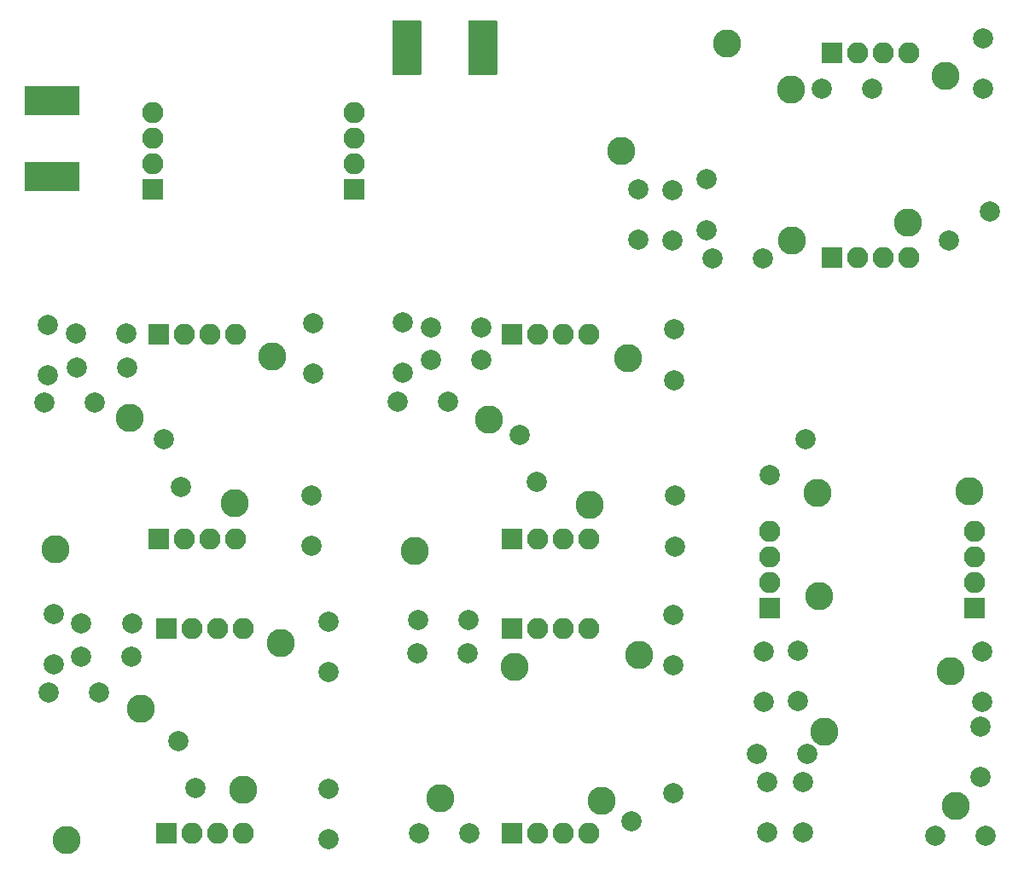
<source format=gbr>
%TF.GenerationSoftware,KiCad,Pcbnew,(6.0.11)*%
%TF.CreationDate,2023-03-05T01:45:00-06:00*%
%TF.ProjectId,BandPassFilter,42616e64-5061-4737-9346-696c7465722e,rev?*%
%TF.SameCoordinates,Original*%
%TF.FileFunction,Soldermask,Bot*%
%TF.FilePolarity,Negative*%
%FSLAX46Y46*%
G04 Gerber Fmt 4.6, Leading zero omitted, Abs format (unit mm)*
G04 Created by KiCad (PCBNEW (6.0.11)) date 2023-03-05 01:45:00*
%MOMM*%
%LPD*%
G01*
G04 APERTURE LIST*
G04 Aperture macros list*
%AMRoundRect*
0 Rectangle with rounded corners*
0 $1 Rounding radius*
0 $2 $3 $4 $5 $6 $7 $8 $9 X,Y pos of 4 corners*
0 Add a 4 corners polygon primitive as box body*
4,1,4,$2,$3,$4,$5,$6,$7,$8,$9,$2,$3,0*
0 Add four circle primitives for the rounded corners*
1,1,$1+$1,$2,$3*
1,1,$1+$1,$4,$5*
1,1,$1+$1,$6,$7*
1,1,$1+$1,$8,$9*
0 Add four rect primitives between the rounded corners*
20,1,$1+$1,$2,$3,$4,$5,0*
20,1,$1+$1,$4,$5,$6,$7,0*
20,1,$1+$1,$6,$7,$8,$9,0*
20,1,$1+$1,$8,$9,$2,$3,0*%
G04 Aperture macros list end*
%ADD10C,2.000000*%
%ADD11C,2.800000*%
%ADD12RoundRect,0.200000X-2.540000X1.250000X-2.540000X-1.250000X2.540000X-1.250000X2.540000X1.250000X0*%
%ADD13RoundRect,0.200000X1.250000X2.540000X-1.250000X2.540000X-1.250000X-2.540000X1.250000X-2.540000X0*%
%ADD14RoundRect,0.200000X0.850000X-0.850000X0.850000X0.850000X-0.850000X0.850000X-0.850000X-0.850000X0*%
%ADD15O,2.100000X2.100000*%
%ADD16RoundRect,0.200000X0.850000X0.850000X-0.850000X0.850000X-0.850000X-0.850000X0.850000X-0.850000X0*%
G04 APERTURE END LIST*
D10*
%TO.C,C6*%
X147701000Y-107442000D03*
X147701000Y-112442000D03*
%TD*%
%TO.C,C4*%
X121580000Y-90450000D03*
X121580000Y-95450000D03*
%TD*%
%TO.C,C1*%
X147940000Y-90330000D03*
X147940000Y-95330000D03*
%TD*%
%TO.C,C2*%
X129400000Y-91360000D03*
X124400000Y-91360000D03*
%TD*%
%TO.C,C3*%
X129420000Y-94720000D03*
X124420000Y-94720000D03*
%TD*%
%TO.C,C5*%
X126200000Y-98180000D03*
X121200000Y-98180000D03*
%TD*%
%TO.C,C7*%
X133096000Y-101854000D03*
X134806101Y-106552463D03*
%TD*%
%TO.C,C8*%
X183760000Y-95950000D03*
X183760000Y-90950000D03*
%TD*%
%TO.C,C9*%
X164610000Y-90730000D03*
X159610000Y-90730000D03*
%TD*%
%TO.C,C10*%
X164630000Y-93950000D03*
X159630000Y-93950000D03*
%TD*%
%TO.C,C11*%
X156770000Y-90250000D03*
X156770000Y-95250000D03*
%TD*%
%TO.C,C12*%
X168370000Y-101390000D03*
X170080101Y-106088463D03*
%TD*%
%TO.C,C13*%
X161300000Y-98100000D03*
X156300000Y-98100000D03*
%TD*%
%TO.C,C14*%
X183850000Y-107460000D03*
X183850000Y-112460000D03*
%TD*%
%TO.C,C15*%
X149420000Y-119970000D03*
X149420000Y-124970000D03*
%TD*%
%TO.C,C16*%
X129920000Y-120090000D03*
X124920000Y-120090000D03*
%TD*%
%TO.C,C17*%
X129890000Y-123440000D03*
X124890000Y-123440000D03*
%TD*%
%TO.C,C18*%
X122140000Y-119190000D03*
X122140000Y-124190000D03*
%TD*%
%TO.C,C19*%
X134530000Y-131790000D03*
X136240101Y-136488463D03*
%TD*%
%TO.C,C20*%
X126650000Y-126960000D03*
X121650000Y-126960000D03*
%TD*%
%TO.C,C21*%
X149420000Y-136510000D03*
X149420000Y-141510000D03*
%TD*%
%TO.C,C22*%
X183680000Y-119300000D03*
X183680000Y-124300000D03*
%TD*%
%TO.C,C23*%
X183620000Y-136930000D03*
X179524240Y-139797882D03*
%TD*%
%TO.C,C24*%
X158310000Y-119750000D03*
X163310000Y-119750000D03*
%TD*%
%TO.C,C25*%
X163230000Y-123100000D03*
X158230000Y-123100000D03*
%TD*%
%TO.C,C26*%
X158380000Y-140930000D03*
X163380000Y-140930000D03*
%TD*%
%TO.C,C27*%
X214375000Y-62050000D03*
X214375000Y-67050000D03*
%TD*%
%TO.C,C28*%
X215075000Y-79200000D03*
X210979240Y-82067882D03*
%TD*%
%TO.C,C29*%
X203360000Y-67000000D03*
X198360000Y-67000000D03*
%TD*%
%TO.C,C30*%
X186930000Y-76050000D03*
X186930000Y-81050000D03*
%TD*%
%TO.C,C31*%
X192520000Y-83880000D03*
X187520000Y-83880000D03*
%TD*%
%TO.C,C32*%
X183580000Y-82140000D03*
X183580000Y-77140000D03*
%TD*%
%TO.C,C33*%
X180170000Y-77060000D03*
X180170000Y-82060000D03*
%TD*%
%TO.C,C34*%
X196726000Y-101856000D03*
X193190466Y-105391534D03*
%TD*%
%TO.C,C35*%
X192610000Y-122890000D03*
X192610000Y-127890000D03*
%TD*%
%TO.C,C36*%
X196000000Y-122810000D03*
X196000000Y-127810000D03*
%TD*%
%TO.C,C37*%
X191900000Y-133098000D03*
X196900000Y-133098000D03*
%TD*%
%TO.C,C38*%
X196472000Y-135892000D03*
X196472000Y-140892000D03*
%TD*%
%TO.C,C39*%
X192916000Y-135892000D03*
X192916000Y-140892000D03*
%TD*%
%TO.C,C40*%
X214610000Y-141220000D03*
X209610000Y-141220000D03*
%TD*%
%TO.C,C41*%
X214160000Y-135380000D03*
X214160000Y-130380000D03*
%TD*%
%TO.C,C42*%
X214270000Y-127910000D03*
X214270000Y-122910000D03*
%TD*%
D11*
%TO.C,L2*%
X143868600Y-93639452D03*
X140114472Y-108152326D03*
%TD*%
%TO.C,L3*%
X129720000Y-99739705D03*
X122337583Y-112786425D03*
%TD*%
%TO.C,L1*%
X179132600Y-93813452D03*
X175378472Y-108326326D03*
%TD*%
%TO.C,L4*%
X165360000Y-99849705D03*
X157977583Y-112896425D03*
%TD*%
%TO.C,L5*%
X144692600Y-122083452D03*
X140938472Y-136596326D03*
%TD*%
%TO.C,L6*%
X130820000Y-128579705D03*
X123437583Y-141626425D03*
%TD*%
%TO.C,L7*%
X180282600Y-123213452D03*
X176528472Y-137726326D03*
%TD*%
%TO.C,L8*%
X167880000Y-124409705D03*
X160497583Y-137456425D03*
%TD*%
%TO.C,L9*%
X210642600Y-65803452D03*
X206888472Y-80316326D03*
%TD*%
%TO.C,L10*%
X195310000Y-67140000D03*
X195440000Y-82130000D03*
%TD*%
%TO.C,L11*%
X178496051Y-73253949D03*
X189003658Y-62562494D03*
%TD*%
%TO.C,L12*%
X197990000Y-107125000D03*
X212980000Y-106995000D03*
%TD*%
%TO.C,L13*%
X198649705Y-130845000D03*
X211696425Y-138227417D03*
%TD*%
%TO.C,L14*%
X211125295Y-124830000D03*
X198078575Y-117447583D03*
%TD*%
D12*
%TO.C,J13*%
X122000000Y-68250000D03*
X122000000Y-75750000D03*
%TD*%
D13*
%TO.C,J16*%
X164750000Y-63000000D03*
X157250000Y-63000000D03*
%TD*%
D14*
%TO.C,J1*%
X132588000Y-111760000D03*
D15*
X135128000Y-111760000D03*
X137668000Y-111760000D03*
X140208000Y-111760000D03*
%TD*%
D14*
%TO.C,J2*%
X132588000Y-91440000D03*
D15*
X135128000Y-91440000D03*
X137668000Y-91440000D03*
X140208000Y-91440000D03*
%TD*%
D14*
%TO.C,J3*%
X167640000Y-91440000D03*
D15*
X170180000Y-91440000D03*
X172720000Y-91440000D03*
X175260000Y-91440000D03*
%TD*%
D14*
%TO.C,J4*%
X167640000Y-111760000D03*
D15*
X170180000Y-111760000D03*
X172720000Y-111760000D03*
X175260000Y-111760000D03*
%TD*%
D14*
%TO.C,J5*%
X133350000Y-120650000D03*
D15*
X135890000Y-120650000D03*
X138430000Y-120650000D03*
X140970000Y-120650000D03*
%TD*%
D14*
%TO.C,J6*%
X133350000Y-140970000D03*
D15*
X135890000Y-140970000D03*
X138430000Y-140970000D03*
X140970000Y-140970000D03*
%TD*%
D14*
%TO.C,J7*%
X167640000Y-120650000D03*
D15*
X170180000Y-120650000D03*
X172720000Y-120650000D03*
X175260000Y-120650000D03*
%TD*%
D14*
%TO.C,J8*%
X167640000Y-140970000D03*
D15*
X170180000Y-140970000D03*
X172720000Y-140970000D03*
X175260000Y-140970000D03*
%TD*%
D14*
%TO.C,J9*%
X199390000Y-63500000D03*
D15*
X201930000Y-63500000D03*
X204470000Y-63500000D03*
X207010000Y-63500000D03*
%TD*%
D14*
%TO.C,J10*%
X199390000Y-83820000D03*
D15*
X201930000Y-83820000D03*
X204470000Y-83820000D03*
X207010000Y-83820000D03*
%TD*%
D16*
%TO.C,J11*%
X193170000Y-118620000D03*
D15*
X193170000Y-116080000D03*
X193170000Y-113540000D03*
X193170000Y-111000000D03*
%TD*%
D16*
%TO.C,J12*%
X213490000Y-118620000D03*
D15*
X213490000Y-116080000D03*
X213490000Y-113540000D03*
X213490000Y-111000000D03*
%TD*%
D16*
%TO.C,J14*%
X132000000Y-77000000D03*
D15*
X132000000Y-74460000D03*
X132000000Y-71920000D03*
X132000000Y-69380000D03*
%TD*%
D16*
%TO.C,J15*%
X152000000Y-77000000D03*
D15*
X152000000Y-74460000D03*
X152000000Y-71920000D03*
X152000000Y-69380000D03*
%TD*%
M02*

</source>
